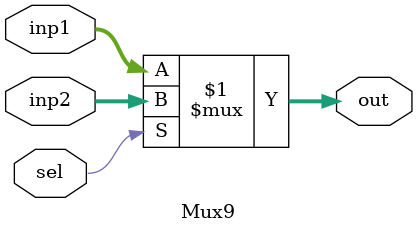
<source format=v>
module Mux32
  (
    input is_immediate,
    input [31:0] inp1,inp2,
    output [31:0] out
  );
  assign out = (is_immediate)?(inp2):(inp1);
endmodule

module Mux5
  (
    input is_immediate,
    input [4:0] inp1,inp2,
    output [4:0] out
  );
  assign out = (is_immediate)?(inp2):(inp1);
endmodule

module Mux9
  (
    input sel,
    input [9:0] inp1, inp2,
    output [9:0] out
  );
  assign out = (sel) ? (inp2) : (inp1);
endmodule

</source>
